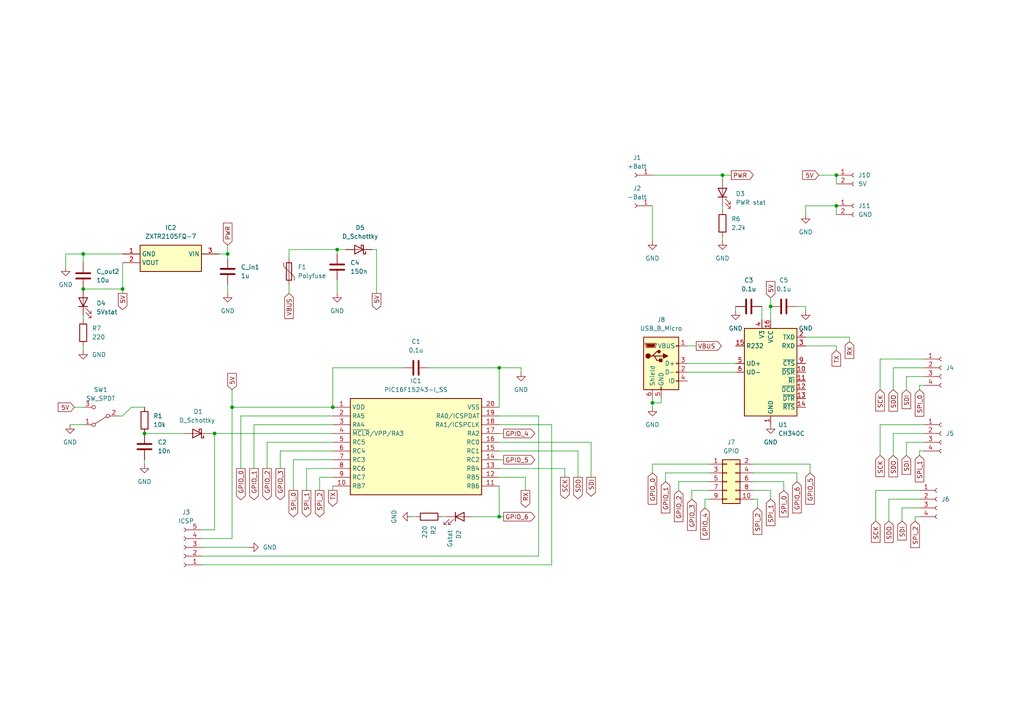
<source format=kicad_sch>
(kicad_sch (version 20230121) (generator eeschema)
  (paper "A4")
  (title_block (title "Pinky Microcontroller Board"))
  (lib_symbols
    (symbol "Connector:Conn_01x01_Socket" (pin_names (offset 1.016) hide)
      (property "Reference" "J" (at 0 2.54 0))
      (property "Value" "Conn_01x01_Socket" (at 0 -2.54 0))
      (symbol "Conn_01x01_Socket_1_1"
        (polyline (pts (xy -1.27 0) (xy -0.508 0)) (stroke (width 0.1524)))
        (arc (start 0 0.508) (mid -0.5058 0) (end 0 -0.508) (stroke (width 0.1524)))
        (pin passive line (at -5.08 0 0) (length 3.81) (name "Pin_1") (number "1"))
      )
    )
    (symbol "Connector:Conn_01x02_Socket" (pin_names (offset 1.016) hide)
      (property "Reference" "J" (at 0 2.54 0))
      (property "Value" "Conn_01x02_Socket" (at 0 -5.08 0))
      (symbol "Conn_01x02_Socket_1_1"
        (arc (start 0 -2.032) (mid -0.5058 -2.54) (end 0 -3.048) (stroke (width 0.1524)))
        (polyline (pts (xy -1.27 -2.54) (xy -0.508 -2.54)) (stroke (width 0.1524)))
        (polyline (pts (xy -1.27 0) (xy -0.508 0)) (stroke (width 0.1524)))
        (arc (start 0 0.508) (mid -0.5058 0) (end 0 -0.508) (stroke (width 0.1524)))
        (pin passive line (at -5.08 0 0) (length 3.81) (name "Pin_1") (number "1"))
        (pin passive line (at -5.08 -2.54 0) (length 3.81) (name "Pin_2") (number "2"))
      )
    )
    (symbol "Connector:Conn_01x04_Socket" (pin_names (offset 1.016) hide)
      (property "Reference" "J" (at 0 5.08 0))
      (property "Value" "Conn_01x04_Socket" (at 0 -7.62 0))
      (symbol "Conn_01x04_Socket_1_1"
        (arc (start 0 -4.572) (mid -0.5058 -5.08) (end 0 -5.588) (stroke (width 0.1524)))
        (arc (start 0 -2.032) (mid -0.5058 -2.54) (end 0 -3.048) (stroke (width 0.1524)))
        (polyline (pts (xy -1.27 -5.08) (xy -0.508 -5.08)) (stroke (width 0.1524)))
        (polyline (pts (xy -1.27 -2.54) (xy -0.508 -2.54)) (stroke (width 0.1524)))
        (polyline (pts (xy -1.27 0) (xy -0.508 0)) (stroke (width 0.1524)))
        (polyline (pts (xy -1.27 2.54) (xy -0.508 2.54)) (stroke (width 0.1524)))
        (arc (start 0 0.508) (mid -0.5058 0) (end 0 -0.508) (stroke (width 0.1524)))
        (arc (start 0 3.048) (mid -0.5058 2.54) (end 0 2.032) (stroke (width 0.1524)))
        (pin passive line (at -5.08 2.54 0) (length 3.81) (name "Pin_1") (number "1"))
        (pin passive line (at -5.08 0 0) (length 3.81) (name "Pin_2") (number "2"))
        (pin passive line (at -5.08 -2.54 0) (length 3.81) (name "Pin_3") (number "3"))
        (pin passive line (at -5.08 -5.08 0) (length 3.81) (name "Pin_4") (number "4"))
      )
    )
    (symbol "Connector:Conn_01x05_Socket" (pin_names (offset 1.016) hide)
      (property "Reference" "J" (at 0 7.62 0))
      (property "Value" "Conn_01x05_Socket" (at 0 -7.62 0))
      (symbol "Conn_01x05_Socket_1_1"
        (arc (start 0 -4.572) (mid -0.5058 -5.08) (end 0 -5.588) (stroke (width 0.1524)))
        (arc (start 0 -2.032) (mid -0.5058 -2.54) (end 0 -3.048) (stroke (width 0.1524)))
        (polyline (pts (xy -1.27 -5.08) (xy -0.508 -5.08)) (stroke (width 0.1524)))
        (polyline (pts (xy -1.27 -2.54) (xy -0.508 -2.54)) (stroke (width 0.1524)))
        (polyline (pts (xy -1.27 0) (xy -0.508 0)) (stroke (width 0.1524)))
        (polyline (pts (xy -1.27 2.54) (xy -0.508 2.54)) (stroke (width 0.1524)))
        (polyline (pts (xy -1.27 5.08) (xy -0.508 5.08)) (stroke (width 0.1524)))
        (arc (start 0 0.508) (mid -0.5058 0) (end 0 -0.508) (stroke (width 0.1524)))
        (arc (start 0 3.048) (mid -0.5058 2.54) (end 0 2.032) (stroke (width 0.1524)))
        (arc (start 0 5.588) (mid -0.5058 5.08) (end 0 4.572) (stroke (width 0.1524)))
        (pin passive line (at -5.08 5.08 0) (length 3.81) (name "Pin_1") (number "1"))
        (pin passive line (at -5.08 2.54 0) (length 3.81) (name "Pin_2") (number "2"))
        (pin passive line (at -5.08 0 0) (length 3.81) (name "Pin_3") (number "3"))
        (pin passive line (at -5.08 -2.54 0) (length 3.81) (name "Pin_4") (number "4"))
        (pin passive line (at -5.08 -5.08 0) (length 3.81) (name "Pin_5") (number "5"))
      )
    )
    (symbol "Connector:USB_B_Micro" (pin_names (offset 1.016))
      (property "Reference" "J" (at -5.08 11.43 0))
      (property "Value" "USB_B_Micro" (at -5.08 8.89 0))
      (symbol "USB_B_Micro_0_1"
        (rectangle (start -5.08 -7.62) (end 5.08 7.62) (stroke (width 0.254)) (fill (type background)))
        (circle (center -3.81 2.159) (radius 0.635) (stroke (width 0.254)) (fill (type outline)))
        (circle (center -0.635 3.429) (radius 0.381) (stroke (width 0.254)) (fill (type outline)))
        (rectangle (start -0.127 -7.62) (end 0.127 -6.858))
        (polyline (pts (xy -1.905 2.159) (xy 0.635 2.159)) (stroke (width 0.254)))
        (polyline (pts (xy -3.175 2.159) (xy -2.54 2.159) (xy -1.27 3.429) (xy -0.635 3.429)) (stroke (width 0.254)))
        (polyline (pts (xy -2.54 2.159) (xy -1.905 2.159) (xy -1.27 0.889) (xy 0 0.889)) (stroke (width 0.254)))
        (polyline (pts (xy 0.635 2.794) (xy 0.635 1.524) (xy 1.905 2.159) (xy 0.635 2.794)) (stroke (width 0.254)) (fill (type outline)))
        (polyline (pts (xy -4.318 5.588) (xy -1.778 5.588) (xy -2.032 4.826) (xy -4.064 4.826) (xy -4.318 5.588)) (fill (type outline)))
        (polyline (pts (xy -4.699 5.842) (xy -4.699 5.588) (xy -4.445 4.826) (xy -4.445 4.572) (xy -1.651 4.572) (xy -1.651 4.826) (xy -1.397 5.588) (xy -1.397 5.842) (xy -4.699 5.842)))
        (rectangle (start 0.254 1.27) (end -0.508 0.508) (stroke (width 0.254)) (fill (type outline)))
        (rectangle (start 5.08 -5.207) (end 4.318 -4.953))
        (rectangle (start 5.08 -2.667) (end 4.318 -2.413))
        (rectangle (start 5.08 -0.127) (end 4.318 0.127))
        (rectangle (start 5.08 4.953) (end 4.318 5.207))
      )
      (symbol "USB_B_Micro_1_1"
        (pin power_out line (at 7.62 5.08 180) (length 2.54) (name "VBUS") (number "1"))
        (pin bidirectional line (at 7.62 -2.54 180) (length 2.54) (name "D-") (number "2"))
        (pin bidirectional line (at 7.62 0 180) (length 2.54) (name "D+") (number "3"))
        (pin passive line (at 7.62 -5.08 180) (length 2.54) (name "ID") (number "4"))
        (pin power_out line (at 0 -10.16 90) (length 2.54) (name "GND") (number "5"))
        (pin passive line (at -2.54 -10.16 90) (length 2.54) (name "Shield") (number "6"))
      )
    )
    (symbol "Connector_Generic:Conn_02x05_Odd_Even" (pin_names (offset 1.016) hide)
      (property "Reference" "J" (at 1.27 7.62 0))
      (property "Value" "Conn_02x05_Odd_Even" (at 1.27 -7.62 0))
      (symbol "Conn_02x05_Odd_Even_1_1"
        (rectangle (start -1.27 -4.953) (end 0 -5.207) (stroke (width 0.1524)))
        (rectangle (start -1.27 -2.413) (end 0 -2.667) (stroke (width 0.1524)))
        (rectangle (start -1.27 0.127) (end 0 -0.127) (stroke (width 0.1524)))
        (rectangle (start -1.27 2.667) (end 0 2.413) (stroke (width 0.1524)))
        (rectangle (start -1.27 5.207) (end 0 4.953) (stroke (width 0.1524)))
        (rectangle (start -1.27 6.35) (end 3.81 -6.35) (stroke (width 0.254)) (fill (type background)))
        (rectangle (start 3.81 -4.953) (end 2.54 -5.207) (stroke (width 0.1524)))
        (rectangle (start 3.81 -2.413) (end 2.54 -2.667) (stroke (width 0.1524)))
        (rectangle (start 3.81 0.127) (end 2.54 -0.127) (stroke (width 0.1524)))
        (rectangle (start 3.81 2.667) (end 2.54 2.413) (stroke (width 0.1524)))
        (rectangle (start 3.81 5.207) (end 2.54 4.953) (stroke (width 0.1524)))
        (pin passive line (at -5.08 5.08 0) (length 3.81) (name "Pin_1") (number "1"))
        (pin passive line (at 7.62 -5.08 180) (length 3.81) (name "Pin_10") (number "10"))
        (pin passive line (at 7.62 5.08 180) (length 3.81) (name "Pin_2") (number "2"))
        (pin passive line (at -5.08 2.54 0) (length 3.81) (name "Pin_3") (number "3"))
        (pin passive line (at 7.62 2.54 180) (length 3.81) (name "Pin_4") (number "4"))
        (pin passive line (at -5.08 0 0) (length 3.81) (name "Pin_5") (number "5"))
        (pin passive line (at 7.62 0 180) (length 3.81) (name "Pin_6") (number "6"))
        (pin passive line (at -5.08 -2.54 0) (length 3.81) (name "Pin_7") (number "7"))
        (pin passive line (at 7.62 -2.54 180) (length 3.81) (name "Pin_8") (number "8"))
        (pin passive line (at -5.08 -5.08 0) (length 3.81) (name "Pin_9") (number "9"))
      )
    )
    (symbol "Device:C" (pin_numbers hide) (pin_names (offset 0.254))
      (property "Reference" "C" (at 0.635 2.54 0))
      (property "Value" "C" (at 0.635 -2.54 0))
      (symbol "C_0_1"
        (polyline (pts (xy -2.032 -0.762) (xy 2.032 -0.762)) (stroke (width 0.508)))
        (polyline (pts (xy -2.032 0.762) (xy 2.032 0.762)) (stroke (width 0.508)))
      )
      (symbol "C_1_1"
        (pin passive line (at 0 3.81 270) (length 2.794) (name "~") (number "1"))
        (pin passive line (at 0 -3.81 90) (length 2.794) (name "~") (number "2"))
      )
    )
    (symbol "Device:D_Schottky" (pin_numbers hide) (pin_names (offset 1.016) hide)
      (property "Reference" "D" (at 0 2.54 0))
      (property "Value" "D_Schottky" (at 0 -2.54 0))
      (symbol "D_Schottky_0_1"
        (polyline (pts (xy 1.27 0) (xy -1.27 0)))
        (polyline (pts (xy 1.27 1.27) (xy 1.27 -1.27) (xy -1.27 0) (xy 1.27 1.27)) (stroke (width 0.254)))
        (polyline (pts (xy -1.905 0.635) (xy -1.905 1.27) (xy -1.27 1.27) (xy -1.27 -1.27) (xy -0.635 -1.27) (xy -0.635 -0.635)) (stroke (width 0.254)))
      )
      (symbol "D_Schottky_1_1"
        (pin passive line (at -3.81 0 0) (length 2.54) (name "K") (number "1"))
        (pin passive line (at 3.81 0 180) (length 2.54) (name "A") (number "2"))
      )
    )
    (symbol "Device:LED" (pin_numbers hide) (pin_names (offset 1.016) hide)
      (property "Reference" "D" (at 0 2.54 0))
      (property "Value" "LED" (at 0 -2.54 0))
      (symbol "LED_0_1"
        (polyline (pts (xy -1.27 -1.27) (xy -1.27 1.27)) (stroke (width 0.254)))
        (polyline (pts (xy -1.27 0) (xy 1.27 0)))
        (polyline (pts (xy 1.27 -1.27) (xy 1.27 1.27) (xy -1.27 0) (xy 1.27 -1.27)) (stroke (width 0.254)))
        (polyline (pts (xy -3.048 -0.762) (xy -4.572 -2.286) (xy -3.81 -2.286) (xy -4.572 -2.286) (xy -4.572 -1.524)))
        (polyline (pts (xy -1.778 -0.762) (xy -3.302 -2.286) (xy -2.54 -2.286) (xy -3.302 -2.286) (xy -3.302 -1.524)))
      )
      (symbol "LED_1_1"
        (pin passive line (at -3.81 0 0) (length 2.54) (name "K") (number "1"))
        (pin passive line (at 3.81 0 180) (length 2.54) (name "A") (number "2"))
      )
    )
    (symbol "Device:Polyfuse" (pin_numbers hide) (pin_names (offset 0))
      (property "Reference" "F" (at -2.54 0 90))
      (property "Value" "Polyfuse" (at 2.54 0 90))
      (symbol "Polyfuse_0_1"
        (rectangle (start -0.762 2.54) (end 0.762 -2.54) (stroke (width 0.254)))
        (polyline (pts (xy 0 2.54) (xy 0 -2.54)))
        (polyline (pts (xy -1.524 2.54) (xy -1.524 1.524) (xy 1.524 -1.524) (xy 1.524 -2.54)))
      )
      (symbol "Polyfuse_1_1"
        (pin passive line (at 0 3.81 270) (length 1.27) (name "~") (number "1"))
        (pin passive line (at 0 -3.81 90) (length 1.27) (name "~") (number "2"))
      )
    )
    (symbol "Device:R" (pin_numbers hide) (pin_names (offset 0))
      (property "Reference" "R" (at 2.032 0 90))
      (property "Value" "R" (at 0 0 90))
      (symbol "R_0_1"
        (rectangle (start -1.016 -2.54) (end 1.016 2.54) (stroke (width 0.254)))
      )
      (symbol "R_1_1"
        (pin passive line (at 0 3.81 270) (length 1.27) (name "~") (number "1"))
        (pin passive line (at 0 -3.81 90) (length 1.27) (name "~") (number "2"))
      )
    )
    (symbol "Interface_USB:CH340C"
      (property "Reference" "U" (at -5.08 13.97 0))
      (property "Value" "CH340C" (at 1.27 13.97 0))
      (symbol "CH340C_0_1"
        (rectangle (start -7.62 12.7) (end 7.62 -12.7) (stroke (width 0.254)) (fill (type background)))
      )
      (symbol "CH340C_1_1"
        (pin power_in line (at 0 -15.24 90) (length 2.54) (name "GND") (number "1"))
        (pin input line (at 10.16 0 180) (length 2.54) (name "~{DSR}") (number "10"))
        (pin input line (at 10.16 -2.54 180) (length 2.54) (name "~{RI}") (number "11"))
        (pin input line (at 10.16 -5.08 180) (length 2.54) (name "~{DCD}") (number "12"))
        (pin output line (at 10.16 -7.62 180) (length 2.54) (name "~{DTR}") (number "13"))
        (pin output line (at 10.16 -10.16 180) (length 2.54) (name "~{RTS}") (number "14"))
        (pin input line (at -10.16 7.62 0) (length 2.54) (name "R232") (number "15"))
        (pin power_in line (at 0 15.24 270) (length 2.54) (name "VCC") (number "16"))
        (pin output line (at 10.16 10.16 180) (length 2.54) (name "TXD") (number "2"))
        (pin input line (at 10.16 7.62 180) (length 2.54) (name "RXD") (number "3"))
        (pin passive line (at -2.54 15.24 270) (length 2.54) (name "V3") (number "4"))
        (pin bidirectional line (at -10.16 2.54 0) (length 2.54) (name "UD+") (number "5"))
        (pin bidirectional line (at -10.16 0 0) (length 2.54) (name "UD-") (number "6"))
        (pin no_connect line (at -7.62 -7.62 0) (length 2.54) hide (name "NC") (number "7"))
        (pin no_connect line (at -7.62 -10.16 0) (length 2.54) hide (name "NC") (number "8"))
        (pin input line (at 10.16 2.54 180) (length 2.54) (name "~{CTS}") (number "9"))
      )
    )
    (symbol "Switch:SW_SPDT" (pin_names (offset 0) hide)
      (property "Reference" "SW" (at 0 4.318 0))
      (property "Value" "SW_SPDT" (at 0 -5.08 0))
      (symbol "SW_SPDT_0_0"
        (circle (center -2.032 0) (radius 0.508))
        (circle (center 2.032 -2.54) (radius 0.508))
      )
      (symbol "SW_SPDT_0_1"
        (polyline (pts (xy -1.524 0.254) (xy 1.651 2.286)))
        (circle (center 2.032 2.54) (radius 0.508))
      )
      (symbol "SW_SPDT_1_1"
        (pin passive line (at 5.08 2.54 180) (length 2.54) (name "A") (number "1"))
        (pin passive line (at -5.08 0 0) (length 2.54) (name "B") (number "2"))
        (pin passive line (at 5.08 -2.54 180) (length 2.54) (name "C") (number "3"))
      )
    )
    (symbol "personal:PIC16F15243-I_SS"
      (property "Reference" "IC" (at 44.45 7.62 0))
      (property "Value" "PIC16F15243-I_SS" (at 44.45 5.08 0))
      (symbol "PIC16F15243-I_SS_1_1"
        (rectangle (start 5.08 2.54) (end 43.18 -25.4) (stroke (width 0.254)) (fill (type background)))
        (pin passive line (at 0 0 0) (length 5.08) (name "VDD") (number "1"))
        (pin passive line (at 0 -22.86 0) (length 5.08) (name "RB7") (number "10"))
        (pin passive line (at 48.26 -22.86 180) (length 5.08) (name "RB6") (number "11"))
        (pin passive line (at 48.26 -20.32 180) (length 5.08) (name "RB5") (number "12"))
        (pin passive line (at 48.26 -17.78 180) (length 5.08) (name "RB4") (number "13"))
        (pin passive line (at 48.26 -15.24 180) (length 5.08) (name "RC2") (number "14"))
        (pin passive line (at 48.26 -12.7 180) (length 5.08) (name "RC1") (number "15"))
        (pin passive line (at 48.26 -10.16 180) (length 5.08) (name "RC0") (number "16"))
        (pin passive line (at 48.26 -7.62 180) (length 5.08) (name "RA2") (number "17"))
        (pin passive line (at 48.26 -5.08 180) (length 5.08) (name "RA1/ICSPCLK") (number "18"))
        (pin passive line (at 48.26 -2.54 180) (length 5.08) (name "RA0/ICSPDAT") (number "19"))
        (pin passive line (at 0 -2.54 0) (length 5.08) (name "RA5") (number "2"))
        (pin passive line (at 48.26 0 180) (length 5.08) (name "VSS") (number "20"))
        (pin passive line (at 0 -5.08 0) (length 5.08) (name "RA4") (number "3"))
        (pin passive line (at 0 -7.62 0) (length 5.08) (name "~{MCLR}/VPP/RA3") (number "4"))
        (pin passive line (at 0 -10.16 0) (length 5.08) (name "RC5") (number "5"))
        (pin passive line (at 0 -12.7 0) (length 5.08) (name "RC4") (number "6"))
        (pin passive line (at 0 -15.24 0) (length 5.08) (name "RC3") (number "7"))
        (pin passive line (at 0 -17.78 0) (length 5.08) (name "RC6") (number "8"))
        (pin passive line (at 0 -20.32 0) (length 5.08) (name "RC7") (number "9"))
      )
    )
    (symbol "personal:ZXTR2105FQ-7"
      (property "Reference" "IC" (at 24.13 7.62 0))
      (property "Value" "ZXTR2105FQ-7" (at 24.13 5.08 0))
      (symbol "ZXTR2105FQ-7_1_1"
        (rectangle (start 5.08 2.54) (end 22.86 -5.08) (stroke (width 0.254)) (fill (type background)))
        (pin passive line (at 0 0 0) (length 5.08) (name "GND") (number "1"))
        (pin passive line (at 0 -2.54 0) (length 5.08) (name "VOUT") (number "2"))
        (pin passive line (at 27.94 0 180) (length 5.08) (name "VIN") (number "3"))
      )
    )
    (symbol "power:GND" (power) (pin_names (offset 0))
      (property "Value" "GND" (at 0 -3.81 0))
      (symbol "GND_0_1"
        (polyline (pts (xy 0 0) (xy 0 -1.27) (xy 1.27 -1.27) (xy 0 -2.54) (xy -1.27 -1.27) (xy 0 -1.27)))
      )
      (symbol "GND_1_1"
        (pin power_in line (at 0 0 270) (length 0) hide (name "GND") (number "1"))
      )
    )
  )
  (junction (at 24.13 83.82))
  (junction (at 189.23 116.84))
  (junction (at 67.31 118.11))
  (junction (at 242.57 50.8))
  (junction (at 97.79 72.39))
  (junction (at 66.04 73.66))
  (junction (at 62.23 125.73))
  (junction (at 242.57 59.69))
  (junction (at 144.78 106.68))
  (junction (at 144.78 149.86))
  (junction (at 35.56 83.82))
  (junction (at 24.13 73.66))
  (junction (at 96.52 118.11))
  (junction (at 209.55 50.8))
  (junction (at 41.91 125.73))
  (junction (at 223.52 88.9))
  (wire (pts (xy 189.23 134.62) (xy 205.74 134.62)))
  (wire (pts (xy 144.78 133.35) (xy 146.05 133.35)))
  (wire (pts (xy 24.13 73.66) (xy 24.13 76.2)))
  (wire (pts (xy 83.82 72.39) (xy 97.79 72.39)))
  (wire (pts (xy 77.47 128.27) (xy 77.47 135.89)))
  (wire (pts (xy 259.08 125.73) (xy 259.08 132.08)))
  (wire (pts (xy 81.28 130.81) (xy 96.52 130.81)))
  (wire (pts (xy 199.39 105.41) (xy 213.36 105.41)))
  (wire (pts (xy 156.21 120.65) (xy 156.21 161.29)))
  (wire (pts (xy 262.89 109.22) (xy 267.97 109.22)))
  (wire (pts (xy 242.57 101.6) (xy 242.57 100.33)))
  (wire (pts (xy 266.7 130.81) (xy 267.97 130.81)))
  (wire (pts (xy 83.82 74.93) (xy 83.82 72.39)))
  (wire (pts (xy 66.04 71.12) (xy 66.04 73.66)))
  (wire (pts (xy 38.1 118.11) (xy 41.91 118.11)))
  (wire (pts (xy 77.47 128.27) (xy 96.52 128.27)))
  (wire (pts (xy 60.96 125.73) (xy 62.23 125.73)))
  (wire (pts (xy 223.52 142.24) (xy 223.52 144.78)))
  (wire (pts (xy 213.36 88.9) (xy 213.36 90.17)))
  (wire (pts (xy 58.42 163.83) (xy 160.02 163.83)))
  (wire (pts (xy 24.13 83.82) (xy 35.56 83.82)))
  (wire (pts (xy 191.77 115.57) (xy 191.77 116.84)))
  (wire (pts (xy 88.9 142.24) (xy 88.9 135.89)))
  (wire (pts (xy 223.52 88.9) (xy 223.52 92.71)))
  (wire (pts (xy 19.05 73.66) (xy 19.05 77.47)))
  (wire (pts (xy 58.42 158.75) (xy 72.39 158.75)))
  (wire (pts (xy 97.79 72.39) (xy 97.79 73.66)))
  (wire (pts (xy 35.56 83.82) (xy 35.56 85.09)))
  (wire (pts (xy 219.71 144.78) (xy 218.44 144.78)))
  (wire (pts (xy 34.29 120.65) (xy 35.56 120.65)))
  (wire (pts (xy 223.52 86.36) (xy 223.52 88.9)))
  (wire (pts (xy 69.85 120.65) (xy 96.52 120.65)))
  (wire (pts (xy 200.66 142.24) (xy 205.74 142.24)))
  (wire (pts (xy 19.05 73.66) (xy 24.13 73.66)))
  (wire (pts (xy 144.78 120.65) (xy 156.21 120.65)))
  (wire (pts (xy 144.78 123.19) (xy 160.02 123.19)))
  (wire (pts (xy 66.04 82.55) (xy 66.04 85.09)))
  (wire (pts (xy 233.68 88.9) (xy 233.68 90.17)))
  (wire (pts (xy 254 142.24) (xy 266.7 142.24)))
  (wire (pts (xy 259.08 106.68) (xy 259.08 113.03)))
  (wire (pts (xy 58.42 153.67) (xy 62.23 153.67)))
  (wire (pts (xy 209.55 60.96) (xy 209.55 59.69)))
  (wire (pts (xy 109.22 72.39) (xy 107.95 72.39)))
  (wire (pts (xy 266.7 132.08) (xy 266.7 130.81)))
  (wire (pts (xy 261.62 147.32) (xy 261.62 151.13)))
  (wire (pts (xy 189.23 59.69) (xy 189.23 69.85)))
  (wire (pts (xy 69.85 120.65) (xy 69.85 135.89)))
  (wire (pts (xy 266.7 113.03) (xy 266.7 111.76)))
  (wire (pts (xy 223.52 142.24) (xy 218.44 142.24)))
  (wire (pts (xy 88.9 135.89) (xy 96.52 135.89)))
  (wire (pts (xy 199.39 100.33) (xy 201.93 100.33)))
  (wire (pts (xy 265.43 151.13) (xy 265.43 149.86)))
  (wire (pts (xy 171.45 138.43) (xy 171.45 128.27)))
  (wire (pts (xy 109.22 85.09) (xy 109.22 72.39)))
  (wire (pts (xy 41.91 125.73) (xy 53.34 125.73)))
  (wire (pts (xy 92.71 138.43) (xy 96.52 138.43)))
  (wire (pts (xy 24.13 101.6) (xy 24.13 100.33)))
  (wire (pts (xy 119.38 149.86) (xy 120.65 149.86)))
  (wire (pts (xy 189.23 50.8) (xy 209.55 50.8)))
  (wire (pts (xy 144.78 138.43) (xy 152.4 138.43)))
  (wire (pts (xy 209.55 50.8) (xy 209.55 52.07)))
  (wire (pts (xy 209.55 69.85) (xy 209.55 68.58)))
  (wire (pts (xy 255.27 123.19) (xy 267.97 123.19)))
  (wire (pts (xy 62.23 125.73) (xy 62.23 153.67)))
  (wire (pts (xy 262.89 128.27) (xy 267.97 128.27)))
  (wire (pts (xy 233.68 59.69) (xy 233.68 62.23)))
  (wire (pts (xy 231.14 137.16) (xy 218.44 137.16)))
  (wire (pts (xy 254 151.13) (xy 254 142.24)))
  (wire (pts (xy 92.71 142.24) (xy 92.71 138.43)))
  (wire (pts (xy 237.49 50.8) (xy 242.57 50.8)))
  (wire (pts (xy 255.27 104.14) (xy 267.97 104.14)))
  (wire (pts (xy 96.52 140.97) (xy 96.52 142.24)))
  (wire (pts (xy 227.33 139.7) (xy 218.44 139.7)))
  (wire (pts (xy 204.47 144.78) (xy 204.47 147.32)))
  (wire (pts (xy 204.47 144.78) (xy 205.74 144.78)))
  (wire (pts (xy 196.85 139.7) (xy 196.85 142.24)))
  (wire (pts (xy 67.31 113.03) (xy 67.31 118.11)))
  (wire (pts (xy 189.23 116.84) (xy 189.23 118.11)))
  (wire (pts (xy 58.42 156.21) (xy 67.31 156.21)))
  (wire (pts (xy 85.09 133.35) (xy 85.09 142.24)))
  (wire (pts (xy 24.13 73.66) (xy 35.56 73.66)))
  (wire (pts (xy 62.23 125.73) (xy 96.52 125.73)))
  (wire (pts (xy 227.33 139.7) (xy 227.33 142.24)))
  (wire (pts (xy 146.05 149.86) (xy 144.78 149.86)))
  (wire (pts (xy 41.91 133.35) (xy 41.91 134.62)))
  (wire (pts (xy 160.02 123.19) (xy 160.02 163.83)))
  (wire (pts (xy 144.78 106.68) (xy 151.13 106.68)))
  (wire (pts (xy 63.5 73.66) (xy 66.04 73.66)))
  (wire (pts (xy 193.04 137.16) (xy 205.74 137.16)))
  (wire (pts (xy 167.64 130.81) (xy 144.78 130.81)))
  (wire (pts (xy 246.38 97.79) (xy 246.38 99.06)))
  (wire (pts (xy 81.28 130.81) (xy 81.28 135.89)))
  (wire (pts (xy 257.81 144.78) (xy 257.81 151.13)))
  (wire (pts (xy 231.14 88.9) (xy 233.68 88.9)))
  (wire (pts (xy 265.43 149.86) (xy 266.7 149.86)))
  (wire (pts (xy 193.04 137.16) (xy 193.04 139.7)))
  (wire (pts (xy 266.7 111.76) (xy 267.97 111.76)))
  (wire (pts (xy 189.23 134.62) (xy 189.23 137.16)))
  (wire (pts (xy 255.27 113.03) (xy 255.27 104.14)))
  (wire (pts (xy 67.31 118.11) (xy 96.52 118.11)))
  (wire (pts (xy 199.39 107.95) (xy 213.36 107.95)))
  (wire (pts (xy 24.13 123.19) (xy 20.32 123.19)))
  (wire (pts (xy 220.98 88.9) (xy 220.98 92.71)))
  (wire (pts (xy 233.68 100.33) (xy 242.57 100.33)))
  (wire (pts (xy 67.31 118.11) (xy 67.31 156.21)))
  (wire (pts (xy 144.78 149.86) (xy 144.78 140.97)))
  (wire (pts (xy 144.78 125.73) (xy 146.05 125.73)))
  (wire (pts (xy 97.79 81.28) (xy 97.79 85.09)))
  (wire (pts (xy 261.62 147.32) (xy 266.7 147.32)))
  (wire (pts (xy 35.56 120.65) (xy 38.1 118.11)))
  (wire (pts (xy 196.85 139.7) (xy 205.74 139.7)))
  (wire (pts (xy 83.82 85.09) (xy 83.82 82.55)))
  (wire (pts (xy 73.66 123.19) (xy 73.66 135.89)))
  (wire (pts (xy 163.83 138.43) (xy 163.83 135.89)))
  (wire (pts (xy 255.27 132.08) (xy 255.27 123.19)))
  (wire (pts (xy 124.46 106.68) (xy 144.78 106.68)))
  (wire (pts (xy 66.04 73.66) (xy 66.04 74.93)))
  (wire (pts (xy 96.52 106.68) (xy 116.84 106.68)))
  (wire (pts (xy 242.57 59.69) (xy 242.57 62.23)))
  (wire (pts (xy 259.08 106.68) (xy 267.97 106.68)))
  (wire (pts (xy 35.56 83.82) (xy 35.56 76.2)))
  (wire (pts (xy 200.66 142.24) (xy 200.66 144.78)))
  (wire (pts (xy 151.13 106.68) (xy 151.13 107.95)))
  (wire (pts (xy 233.68 59.69) (xy 242.57 59.69)))
  (wire (pts (xy 234.95 134.62) (xy 218.44 134.62)))
  (wire (pts (xy 231.14 137.16) (xy 231.14 139.7)))
  (wire (pts (xy 209.55 50.8) (xy 212.09 50.8)))
  (wire (pts (xy 257.81 144.78) (xy 266.7 144.78)))
  (wire (pts (xy 242.57 50.8) (xy 242.57 53.34)))
  (wire (pts (xy 73.66 123.19) (xy 96.52 123.19)))
  (wire (pts (xy 96.52 106.68) (xy 96.52 118.11)))
  (wire (pts (xy 97.79 72.39) (xy 100.33 72.39)))
  (wire (pts (xy 128.27 149.86) (xy 129.54 149.86)))
  (wire (pts (xy 233.68 97.79) (xy 246.38 97.79)))
  (wire (pts (xy 234.95 134.62) (xy 234.95 137.16)))
  (wire (pts (xy 262.89 128.27) (xy 262.89 132.08)))
  (wire (pts (xy 58.42 161.29) (xy 156.21 161.29)))
  (wire (pts (xy 144.78 106.68) (xy 144.78 118.11)))
  (wire (pts (xy 24.13 92.71) (xy 24.13 91.44)))
  (wire (pts (xy 167.64 138.43) (xy 167.64 130.81)))
  (wire (pts (xy 189.23 115.57) (xy 189.23 116.84)))
  (wire (pts (xy 163.83 135.89) (xy 144.78 135.89)))
  (wire (pts (xy 219.71 144.78) (xy 219.71 147.32)))
  (wire (pts (xy 259.08 125.73) (xy 267.97 125.73)))
  (wire (pts (xy 137.16 149.86) (xy 144.78 149.86)))
  (wire (pts (xy 171.45 128.27) (xy 144.78 128.27)))
  (wire (pts (xy 152.4 138.43) (xy 152.4 142.24)))
  (wire (pts (xy 189.23 116.84) (xy 191.77 116.84)))
  (wire (pts (xy 21.59 118.11) (xy 24.13 118.11)))
  (wire (pts (xy 85.09 133.35) (xy 96.52 133.35)))
  (wire (pts (xy 262.89 109.22) (xy 262.89 113.03)))
  (global_label "SDO" (shape input) (at 257.81 151.13 270) (property "Intersheetrefs" "${INTERSHEET_REFS}" (effects hide)))
  (global_label "SCK" (shape input) (at 255.27 132.08 270) (property "Intersheetrefs" "${INTERSHEET_REFS}" (effects hide)))
  (global_label "GPIO_2" (shape input) (at 196.85 142.24 270) (property "Intersheetrefs" "${INTERSHEET_REFS}" (effects hide)))
  (global_label "5V" (shape output) (at 35.56 85.09 270) (property "Intersheetrefs" "${INTERSHEET_REFS}" (effects hide)))
  (global_label "GPIO_1" (shape output) (at 73.66 135.89 270) (property "Intersheetrefs" "${INTERSHEET_REFS}" (effects hide)))
  (global_label "5V" (shape input) (at 237.49 50.8 180) (property "Intersheetrefs" "${INTERSHEET_REFS}" (effects hide)))
  (global_label "SDI" (shape input) (at 261.62 151.13 270) (property "Intersheetrefs" "${INTERSHEET_REFS}" (effects hide)))
  (global_label "GPIO_1" (shape input) (at 193.04 139.7 270) (property "Intersheetrefs" "${INTERSHEET_REFS}" (effects hide)))
  (global_label "GPIO_5" (shape input) (at 234.95 137.16 270) (property "Intersheetrefs" "${INTERSHEET_REFS}" (effects hide)))
  (global_label "SPI_1" (shape output) (at 88.9 142.24 270) (property "Intersheetrefs" "${INTERSHEET_REFS}" (effects hide)))
  (global_label "SPI_2" (shape input) (at 265.43 151.13 270) (property "Intersheetrefs" "${INTERSHEET_REFS}" (effects hide)))
  (global_label "SDO" (shape input) (at 259.08 132.08 270) (property "Intersheetrefs" "${INTERSHEET_REFS}" (effects hide)))
  (global_label "5V" (shape output) (at 109.22 85.09 270) (property "Intersheetrefs" "${INTERSHEET_REFS}" (effects hide)))
  (global_label "PWR" (shape input) (at 66.04 71.12 90) (property "Intersheetrefs" "${INTERSHEET_REFS}" (effects hide)))
  (global_label "VBUS" (shape input) (at 83.82 85.09 270) (property "Intersheetrefs" "${INTERSHEET_REFS}" (effects hide)))
  (global_label "SPI_2" (shape input) (at 219.71 147.32 270) (property "Intersheetrefs" "${INTERSHEET_REFS}" (effects hide)))
  (global_label "GPIO_6" (shape input) (at 231.14 139.7 270) (property "Intersheetrefs" "${INTERSHEET_REFS}" (effects hide)))
  (global_label "GPIO_0" (shape output) (at 69.85 135.89 270) (property "Intersheetrefs" "${INTERSHEET_REFS}" (effects hide)))
  (global_label "5V" (shape input) (at 67.31 113.03 90) (property "Intersheetrefs" "${INTERSHEET_REFS}" (effects hide)))
  (global_label "GPIO_5" (shape output) (at 146.05 133.35 0) (property "Intersheetrefs" "${INTERSHEET_REFS}" (effects hide)))
  (global_label "SDI" (shape input) (at 262.89 132.08 270) (property "Intersheetrefs" "${INTERSHEET_REFS}" (effects hide)))
  (global_label "SDO" (shape input) (at 259.08 113.03 270) (property "Intersheetrefs" "${INTERSHEET_REFS}" (effects hide)))
  (global_label "SPI_0" (shape input) (at 266.7 113.03 270) (property "Intersheetrefs" "${INTERSHEET_REFS}" (effects hide)))
  (global_label "5V" (shape input) (at 21.59 118.11 180) (property "Intersheetrefs" "${INTERSHEET_REFS}" (effects hide)))
  (global_label "GPIO_3" (shape output) (at 81.28 135.89 270) (property "Intersheetrefs" "${INTERSHEET_REFS}" (effects hide)))
  (global_label "SDI" (shape output) (at 171.45 138.43 270) (property "Intersheetrefs" "${INTERSHEET_REFS}" (effects hide)))
  (global_label "SCK" (shape output) (at 163.83 138.43 270) (property "Intersheetrefs" "${INTERSHEET_REFS}" (effects hide)))
  (global_label "GPIO_0" (shape input) (at 189.23 137.16 270) (property "Intersheetrefs" "${INTERSHEET_REFS}" (effects hide)))
  (global_label "SDI" (shape input) (at 262.89 113.03 270) (property "Intersheetrefs" "${INTERSHEET_REFS}" (effects hide)))
  (global_label "RX" (shape input) (at 246.38 99.06 270) (property "Intersheetrefs" "${INTERSHEET_REFS}" (effects hide)))
  (global_label "SPI_0" (shape input) (at 227.33 142.24 270) (property "Intersheetrefs" "${INTERSHEET_REFS}" (effects hide)))
  (global_label "SPI_1" (shape input) (at 223.52 144.78 270) (property "Intersheetrefs" "${INTERSHEET_REFS}" (effects hide)))
  (global_label "SCK" (shape input) (at 254 151.13 270) (property "Intersheetrefs" "${INTERSHEET_REFS}" (effects hide)))
  (global_label "5V" (shape input) (at 223.52 86.36 90) (property "Intersheetrefs" "${INTERSHEET_REFS}" (effects hide)))
  (global_label "GPIO_4" (shape input) (at 204.47 147.32 270) (property "Intersheetrefs" "${INTERSHEET_REFS}" (effects hide)))
  (global_label "SDO" (shape output) (at 167.64 138.43 270) (property "Intersheetrefs" "${INTERSHEET_REFS}" (effects hide)))
  (global_label "PWR" (shape output) (at 212.09 50.8 0) (property "Intersheetrefs" "${INTERSHEET_REFS}" (effects hide)))
  (global_label "GPIO_4" (shape output) (at 146.05 125.73 0) (property "Intersheetrefs" "${INTERSHEET_REFS}" (effects hide)))
  (global_label "GPIO_6" (shape output) (at 146.05 149.86 0) (property "Intersheetrefs" "${INTERSHEET_REFS}" (effects hide)))
  (global_label "GPIO_2" (shape output) (at 77.47 135.89 270) (property "Intersheetrefs" "${INTERSHEET_REFS}" (effects hide)))
  (global_label "GPIO_3" (shape input) (at 200.66 144.78 270) (property "Intersheetrefs" "${INTERSHEET_REFS}" (effects hide)))
  (global_label "VBUS" (shape output) (at 201.93 100.33 0) (property "Intersheetrefs" "${INTERSHEET_REFS}" (effects hide)))
  (global_label "RX" (shape output) (at 152.4 142.24 270) (property "Intersheetrefs" "${INTERSHEET_REFS}" (effects hide)))
  (global_label "SCK" (shape input) (at 255.27 113.03 270) (property "Intersheetrefs" "${INTERSHEET_REFS}" (effects hide)))
  (global_label "SPI_0" (shape output) (at 85.09 142.24 270) (property "Intersheetrefs" "${INTERSHEET_REFS}" (effects hide)))
  (global_label "SPI_1" (shape input) (at 266.7 132.08 270) (property "Intersheetrefs" "${INTERSHEET_REFS}" (effects hide)))
  (global_label "TX" (shape output) (at 96.52 142.24 270) (property "Intersheetrefs" "${INTERSHEET_REFS}" (effects hide)))
  (global_label "TX" (shape input) (at 242.57 101.6 270) (property "Intersheetrefs" "${INTERSHEET_REFS}" (effects hide)))
  (global_label "SPI_2" (shape output) (at 92.71 142.24 270) (property "Intersheetrefs" "${INTERSHEET_REFS}" (effects hide)))
  (symbol (lib_id "Device:LED") (at 209.55 55.88 90) (unit 1)
    (property "Reference" "D3" (at 213.36 56.1975 90) (effects (justify right)))
    (property "Value" "PWR stat" (at 213.36 58.7375 90) (effects (justify right)))
    (property "Footprint" "LED_SMD:LED_0603_1608Metric_Pad1.05x0.95mm_HandSolder" (effects hide))
  )
  (symbol (lib_id "Device:C") (at 41.91 129.54 0) (unit 1)
    (property "Reference" "C2" (at 45.72 128.27 0) (effects (justify left)))
    (property "Value" "10n" (at 45.72 130.81 0) (effects (justify left)))
    (property "Footprint" "Capacitor_SMD:C_0402_1005Metric_Pad0.74x0.62mm_HandSolder" (effects hide))
  )
  (symbol (lib_id "personal:PIC16F15243-I_SS") (at 96.52 118.11 0) (unit 1)
    (property "Reference" "IC1" (at 120.65 110.49 0))
    (property "Value" "PIC16F15243-I_SS" (at 120.65 113.03 0))
    (property "Footprint" "Package_SO:SSOP-20_5.3x7.2mm_P0.65mm" (effects hide))
    (property "Datasheet" "https://www.mouser.jp/datasheet/2/268/PIC16F15213_14_23_24_43_44_Microcontroller_Data_Sh-2950934.pdf" (effects hide))
    (property "Height" "2" (effects hide))
    (property "Mouser Part Number" "579-PIC16F15243-I/SS" (effects hide))
    (property "Mouser Price/Stock" "https://www.mouser.co.uk/ProductDetail/Microchip-Technology/PIC16F15243-I-SS?qs=xZ%2FP%252Ba9zWqYzh8ZWkWvPOw%3D%3D" (effects hide))
    (property "Manufacturer_Name" "Microchip" (effects hide))
    (property "Manufacturer_Part_Number" "PIC16F15243-I/SS" (effects hide))
  )
  (symbol (lib_id "power:GND") (at 97.79 85.09 0) (unit 1)
    (property "Reference" "#PWR014" (effects hide))
    (property "Value" "GND" (at 97.79 90.17 0))
  )
  (symbol (lib_id "Device:Polyfuse") (at 83.82 78.74 0) (unit 1)
    (property "Reference" "F1" (at 86.36 77.47 0) (effects (justify left)))
    (property "Value" "Polyfuse" (at 86.36 80.01 0) (effects (justify left)))
    (property "Footprint" "Fuse:Fuse_1812_4532Metric_Pad1.30x3.40mm_HandSolder" (effects hide))
  )
  (symbol (lib_id "Connector:Conn_01x05_Socket") (at 53.34 158.75 180) (unit 1)
    (property "Reference" "J3" (at 53.975 148.59 0))
    (property "Value" "ICSP" (at 53.975 151.13 0))
    (property "Footprint" "Connector_PinHeader_2.54mm:PinHeader_1x05_P2.54mm_Vertical" (effects hide))
  )
  (symbol (lib_id "Device:R") (at 124.46 149.86 90) (unit 1)
    (property "Reference" "R2" (at 125.73 152.4 0) (effects (justify right)))
    (property "Value" "220" (at 123.19 152.4 0) (effects (justify right)))
    (property "Footprint" "Resistor_SMD:R_0402_1005Metric_Pad0.72x0.64mm_HandSolder" (effects hide))
  )
  (symbol (lib_id "power:GND") (at 233.68 62.23 0) (unit 1)
    (property "Reference" "#PWR015" (effects hide))
    (property "Value" "GND" (at 233.68 67.31 0))
  )
  (symbol (lib_id "Switch:SW_SPDT") (at 29.21 120.65 180) (unit 1)
    (property "Reference" "SW1" (at 29.21 113.03 0))
    (property "Value" "SW_SPDT" (at 29.21 115.57 0))
    (property "Footprint" "Button_Switch_SMD:SW_SPDT_PCM12" (effects hide))
  )
  (symbol (lib_id "Device:C") (at 227.33 88.9 90) (unit 1)
    (property "Reference" "C5" (at 227.33 81.28 90))
    (property "Value" "0.1u" (at 227.33 83.82 90))
    (property "Footprint" "Capacitor_SMD:C_0402_1005Metric_Pad0.74x0.62mm_HandSolder" (effects hide))
  )
  (symbol (lib_id "Device:C") (at 66.04 78.74 0) (unit 1)
    (property "Reference" "C_in1" (at 69.85 77.47 0) (effects (justify left)))
    (property "Value" "1u" (at 69.85 80.01 0) (effects (justify left)))
    (property "Footprint" "Capacitor_SMD:C_0402_1005Metric_Pad0.74x0.62mm_HandSolder" (effects hide))
  )
  (symbol (lib_id "power:GND") (at 66.04 85.09 0) (unit 1)
    (property "Reference" "#PWR013" (effects hide))
    (property "Value" "GND" (at 66.04 90.17 0))
  )
  (symbol (lib_id "Device:C") (at 24.13 80.01 180) (unit 1)
    (property "Reference" "C_out2" (at 27.94 78.74 0) (effects (justify right)))
    (property "Value" "10u" (at 27.94 81.28 0) (effects (justify right)))
    (property "Footprint" "Capacitor_SMD:C_0603_1608Metric_Pad1.08x0.95mm_HandSolder" (effects hide))
  )
  (symbol (lib_id "power:GND") (at 189.23 118.11 0) (unit 1)
    (property "Reference" "#PWR05" (effects hide))
    (property "Value" "GND" (at 189.23 123.19 0))
  )
  (symbol (lib_id "Connector:Conn_01x04_Socket") (at 273.05 106.68 0) (unit 1)
    (property "Reference" "J4" (at 274.32 106.68 0) (effects (justify left)))
    (property "Value" "Conn_01x04_Socket" (effects hide))
    (property "Footprint" "s4b:CONN_S4B-PH-SM4-TBLFSN_JST" (effects hide))
  )
  (symbol (lib_id "power:GND") (at 151.13 107.95 0) (unit 1)
    (property "Reference" "#PWR06" (effects hide))
    (property "Value" "GND" (at 151.13 113.03 0))
  )
  (symbol (lib_id "power:GND") (at 223.52 123.19 0) (unit 1)
    (property "Reference" "#PWR07" (effects hide))
    (property "Value" "GND" (at 223.52 128.27 0))
  )
  (symbol (lib_id "Device:C") (at 217.17 88.9 90) (unit 1)
    (property "Reference" "C3" (at 217.17 81.28 90))
    (property "Value" "0.1u" (at 217.17 83.82 90))
    (property "Footprint" "Capacitor_SMD:C_0402_1005Metric_Pad0.74x0.62mm_HandSolder" (effects hide))
  )
  (symbol (lib_id "power:GND") (at 41.91 134.62 0) (unit 1)
    (property "Reference" "#PWR02" (effects hide))
    (property "Value" "GND" (at 41.91 139.7 0))
  )
  (symbol (lib_id "Connector:Conn_01x04_Socket") (at 273.05 125.73 0) (unit 1)
    (property "Reference" "J5" (at 274.32 125.73 0) (effects (justify left)))
    (property "Value" "Conn_01x04_Socket" (effects hide))
    (property "Footprint" "s4b:CONN_S4B-PH-SM4-TBLFSN_JST" (effects hide))
  )
  (symbol (lib_id "power:GND") (at 72.39 158.75 90) (unit 1)
    (property "Reference" "#PWR04" (effects hide))
    (property "Value" "GND" (at 76.2 158.75 90) (effects (justify right)))
  )
  (symbol (lib_id "Connector:Conn_01x04_Socket") (at 271.78 144.78 0) (unit 1)
    (property "Reference" "J6" (at 273.05 144.78 0) (effects (justify left)))
    (property "Value" "Conn_01x04_Socket" (effects hide))
    (property "Footprint" "s4b:CONN_S4B-PH-SM4-TBLFSN_JST" (effects hide))
  )
  (symbol (lib_id "power:GND") (at 24.13 101.6 0) (unit 1)
    (property "Reference" "#PWR012" (effects hide))
    (property "Value" "GND" (at 26.67 102.87 0) (effects (justify left)))
  )
  (symbol (lib_id "Device:LED") (at 24.13 87.63 90) (unit 1)
    (property "Reference" "D4" (at 27.94 87.9475 90) (effects (justify right)))
    (property "Value" "5Vstat" (at 27.94 90.4875 90) (effects (justify right)))
    (property "Footprint" "LED_SMD:LED_0603_1608Metric_Pad1.05x0.95mm_HandSolder" (effects hide))
  )
  (symbol (lib_id "Connector:Conn_01x02_Socket") (at 247.65 50.8 0) (unit 1)
    (property "Reference" "J10" (at 248.92 50.8 0) (effects (justify left)))
    (property "Value" "5V" (at 248.92 53.34 0) (effects (justify left)))
    (property "Footprint" "Connector_PinSocket_2.54mm:PinSocket_1x02_P2.54mm_Vertical" (effects hide))
  )
  (symbol (lib_id "Device:R") (at 24.13 96.52 180) (unit 1)
    (property "Reference" "R7" (at 26.67 95.25 0) (effects (justify right)))
    (property "Value" "220" (at 26.67 97.79 0) (effects (justify right)))
    (property "Footprint" "Resistor_SMD:R_0402_1005Metric_Pad0.72x0.64mm_HandSolder" (effects hide))
  )
  (symbol (lib_id "Device:LED") (at 133.35 149.86 0) (unit 1)
    (property "Reference" "D2" (at 133.0325 153.67 90) (effects (justify right)))
    (property "Value" "Gstat" (at 130.4925 153.67 90) (effects (justify right)))
    (property "Footprint" "LED_SMD:LED_0603_1608Metric_Pad1.05x0.95mm_HandSolder" (effects hide))
  )
  (symbol (lib_id "Interface_USB:CH340C") (at 223.52 107.95 0) (unit 1)
    (property "Reference" "U1" (at 225.7141 123.19 0) (effects (justify left)))
    (property "Value" "CH340C" (at 225.7141 125.73 0) (effects (justify left)))
    (property "Footprint" "Package_SO:SOIC-16_3.9x9.9mm_P1.27mm" (effects hide))
    (property "Datasheet" "https://datasheet.lcsc.com/szlcsc/Jiangsu-Qin-Heng-CH340C_C84681.pdf" (effects hide))
  )
  (symbol (lib_id "power:GND") (at 19.05 77.47 0) (unit 1)
    (property "Reference" "#PWR011" (effects hide))
    (property "Value" "GND" (at 19.05 82.55 0))
  )
  (symbol (lib_id "power:GND") (at 20.32 123.19 0) (unit 1)
    (property "Reference" "#PWR01" (effects hide))
    (property "Value" "GND" (at 20.32 128.27 0))
  )
  (symbol (lib_id "personal:ZXTR2105FQ-7") (at 35.56 73.66 0) (unit 1)
    (property "Reference" "IC2" (at 49.53 66.04 0))
    (property "Value" "ZXTR2105FQ-7" (at 49.53 68.58 0))
    (property "Footprint" "Package_TO_SOT_SMD:SOT-23-3" (effects hide))
    (property "Datasheet" "https://www.diodes.com//assets/Datasheets/ZXTR2105FQ.pdf" (effects hide))
    (property "Height" "1.1" (effects hide))
    (property "Mouser Part Number" "621-ZXTR2105FQ-7" (effects hide))
    (property "Mouser Price/Stock" "https://www.mouser.co.uk/ProductDetail/Diodes-Incorporated/ZXTR2105FQ-7?qs=4EhzHfbM1GhWfAX%2FiWltGQ%3D%3D" (effects hide))
    (property "Manufacturer_Name" "Diodes Incorporated" (effects hide))
    (property "Manufacturer_Part_Number" "ZXTR2105FQ-7" (effects hide))
  )
  (symbol (lib_id "power:GND") (at 233.68 90.17 0) (unit 1)
    (property "Reference" "#PWR016" (effects hide))
    (property "Value" "GND" (at 233.68 95.25 0))
  )
  (symbol (lib_id "Connector:Conn_01x02_Socket") (at 247.65 59.69 0) (unit 1)
    (property "Reference" "J11" (at 248.92 59.69 0) (effects (justify left)))
    (property "Value" "GND" (at 248.92 62.23 0) (effects (justify left)))
    (property "Footprint" "Connector_PinSocket_2.54mm:PinSocket_1x02_P2.54mm_Vertical" (effects hide))
  )
  (symbol (lib_id "Device:C") (at 97.79 77.47 0) (unit 1)
    (property "Reference" "C4" (at 101.6 76.2 0) (effects (justify left)))
    (property "Value" "150n" (at 101.6 78.74 0) (effects (justify left)))
    (property "Footprint" "Capacitor_SMD:C_0402_1005Metric_Pad0.74x0.62mm_HandSolder" (effects hide))
  )
  (symbol (lib_id "Device:C") (at 120.65 106.68 90) (unit 1)
    (property "Reference" "C1" (at 120.65 99.06 90))
    (property "Value" "0.1u" (at 120.65 101.6 90))
    (property "Footprint" "Capacitor_SMD:C_0402_1005Metric_Pad0.74x0.62mm_HandSolder" (effects hide))
  )
  (symbol (lib_id "power:GND") (at 119.38 149.86 270) (unit 1)
    (property "Reference" "#PWR03" (effects hide))
    (property "Value" "GND" (at 114.3 149.86 0))
  )
  (symbol (lib_id "power:GND") (at 189.23 69.85 0) (unit 1)
    (property "Reference" "#PWR09" (effects hide))
    (property "Value" "GND" (at 189.23 74.93 0))
  )
  (symbol (lib_id "power:GND") (at 209.55 69.85 0) (unit 1)
    (property "Reference" "#PWR010" (effects hide))
    (property "Value" "GND" (at 209.55 74.93 0))
  )
  (symbol (lib_id "Device:D_Schottky") (at 104.14 72.39 180) (unit 1)
    (property "Reference" "D5" (at 104.4575 66.04 0))
    (property "Value" "D_Schottky" (at 104.4575 68.58 0))
    (property "Footprint" "Diode_SMD:D_SOD-123" (effects hide))
  )
  (symbol (lib_id "Connector:Conn_01x01_Socket") (at 184.15 59.69 180) (unit 1)
    (property "Reference" "J2" (at 184.785 54.61 0))
    (property "Value" "-Batt" (at 184.785 57.15 0))
    (property "Footprint" "Connector_Wire:SolderWire-0.75sqmm_1x01_D1.25mm_OD3.5mm" (effects hide))
  )
  (symbol (lib_id "Device:D_Schottky") (at 57.15 125.73 180) (unit 1)
    (property "Reference" "D1" (at 57.4675 119.38 0))
    (property "Value" "D_Schottky" (at 57.15 121.92 0))
    (property "Footprint" "Diode_SMD:D_SOD-123" (effects hide))
  )
  (symbol (lib_id "Device:R") (at 209.55 64.77 180) (unit 1)
    (property "Reference" "R6" (at 212.09 63.5 0) (effects (justify right)))
    (property "Value" "2.2k" (at 212.09 66.04 0) (effects (justify right)))
    (property "Footprint" "Resistor_SMD:R_0402_1005Metric_Pad0.72x0.64mm_HandSolder" (effects hide))
  )
  (symbol (lib_id "power:GND") (at 213.36 90.17 0) (unit 1)
    (property "Reference" "#PWR08" (effects hide))
    (property "Value" "GND" (at 213.36 95.25 0))
  )
  (symbol (lib_id "Connector:USB_B_Micro") (at 191.77 105.41 0) (unit 1)
    (property "Reference" "J8" (at 191.77 92.71 0))
    (property "Value" "USB_B_Micro" (at 191.77 95.25 0))
    (property "Footprint" "personal:CONN_10118192-0002LF_AMP" (effects hide))
  )
  (symbol (lib_id "Connector:Conn_01x01_Socket") (at 184.15 50.8 180) (unit 1)
    (property "Reference" "J1" (at 184.785 45.72 0))
    (property "Value" "+Batt" (at 184.785 48.26 0))
    (property "Footprint" "Connector_Wire:SolderWire-0.75sqmm_1x01_D1.25mm_OD3.5mm" (effects hide))
  )
  (symbol (lib_id "Device:R") (at 41.91 121.92 0) (unit 1)
    (property "Reference" "R1" (at 44.45 120.65 0) (effects (justify left)))
    (property "Value" "10k" (at 44.45 123.19 0) (effects (justify left)))
    (property "Footprint" "Resistor_SMD:R_0402_1005Metric_Pad0.72x0.64mm_HandSolder" (effects hide))
  )
  (symbol (lib_id "Connector_Generic:Conn_02x05_Odd_Even") (at 210.82 139.7 0) (unit 1)
    (property "Reference" "J7" (at 212.09 128.27 0))
    (property "Value" "GPIO" (at 212.09 130.81 0))
    (property "Footprint" "Connector_PinSocket_2.54mm:PinSocket_2x05_P2.54mm_Vertical" (effects hide))
  )
)
</source>
